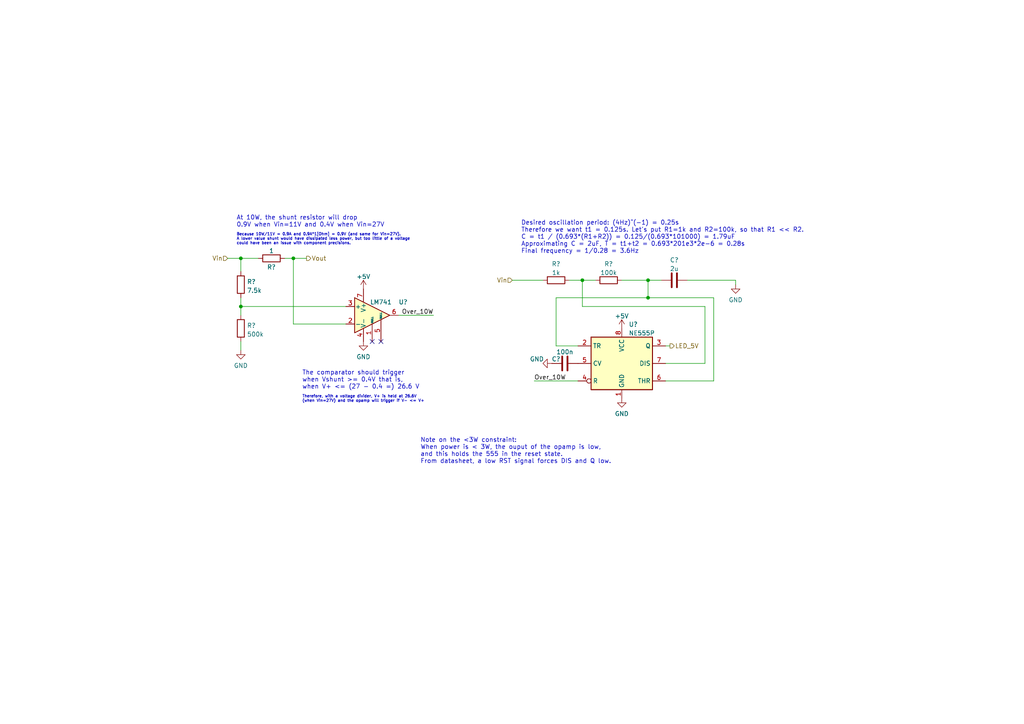
<source format=kicad_sch>
(kicad_sch (version 20211123) (generator eeschema)
  (paper "A4")
  (lib_symbols
    (symbol "Amplifier_Operational:LM741" (pin_names (offset 0.127))
      (property "Reference" "U" (at 0 6.35 0))
      (property "Value" "LM741" (at 0 3.81 0))
      (symbol "LM741_0_1"
        (polyline (pts (xy -5.08 5.08) (xy 5.08 0) (xy -5.08 -5.08) (xy -5.08 5.08)) (stroke (width 0.254)) (fill (type background)))
      )
      (symbol "LM741_1_1"
        (pin input line (at 0 -7.62 90) (length 5.08) (name "NULL") (number "1"))
        (pin input line (at -7.62 -2.54 0) (length 2.54) (name "-") (number "2"))
        (pin input line (at -7.62 2.54 0) (length 2.54) (name "+") (number "3"))
        (pin power_in line (at -2.54 -7.62 90) (length 3.81) (name "V-") (number "4"))
        (pin input line (at 2.54 -7.62 90) (length 6.35) (name "NULL") (number "5"))
        (pin output line (at 7.62 0 180) (length 2.54) (name "~") (number "6"))
        (pin power_in line (at -2.54 7.62 270) (length 3.81) (name "V+") (number "7"))
        (pin no_connect line (at 0 2.54 270) (length 2.54) hide (name "NC") (number "8"))
      )
    )
    (symbol "Device:C" (pin_numbers hide) (pin_names (offset 0.254))
      (property "Reference" "C" (at 0.635 2.54 0))
      (property "Value" "C" (at 0.635 -2.54 0))
      (symbol "C_0_1"
        (polyline (pts (xy -2.032 -0.762) (xy 2.032 -0.762)) (stroke (width 0.508)))
        (polyline (pts (xy -2.032 0.762) (xy 2.032 0.762)) (stroke (width 0.508)))
      )
      (symbol "C_1_1"
        (pin passive line (at 0 3.81 270) (length 2.794) (name "~") (number "1"))
        (pin passive line (at 0 -3.81 90) (length 2.794) (name "~") (number "2"))
      )
    )
    (symbol "Device:R" (pin_numbers hide) (pin_names (offset 0))
      (property "Reference" "R" (at 2.032 0 90))
      (property "Value" "R" (at 0 0 90))
      (symbol "R_0_1"
        (rectangle (start -1.016 -2.54) (end 1.016 2.54) (stroke (width 0.254)))
      )
      (symbol "R_1_1"
        (pin passive line (at 0 3.81 270) (length 1.27) (name "~") (number "1"))
        (pin passive line (at 0 -3.81 90) (length 1.27) (name "~") (number "2"))
      )
    )
    (symbol "Timer:NE555P"
      (property "Reference" "U" (at -10.16 8.89 0))
      (property "Value" "NE555P" (at 2.54 8.89 0))
      (symbol "NE555P_0_0"
        (pin power_in line (at 0 -10.16 90) (length 2.54) (name "GND") (number "1"))
        (pin power_in line (at 0 10.16 270) (length 2.54) (name "VCC") (number "8"))
      )
      (symbol "NE555P_0_1"
        (rectangle (start -8.89 -7.62) (end 8.89 7.62) (stroke (width 0.254)) (fill (type background)))
        (rectangle (start -8.89 -7.62) (end 8.89 7.62) (stroke (width 0.254)) (fill (type background)))
      )
      (symbol "NE555P_1_1"
        (pin input line (at -12.7 5.08 0) (length 3.81) (name "TR") (number "2"))
        (pin output line (at 12.7 5.08 180) (length 3.81) (name "Q") (number "3"))
        (pin input inverted (at -12.7 -5.08 0) (length 3.81) (name "R") (number "4"))
        (pin input line (at -12.7 0 0) (length 3.81) (name "CV") (number "5"))
        (pin input line (at 12.7 -5.08 180) (length 3.81) (name "THR") (number "6"))
        (pin input line (at 12.7 0 180) (length 3.81) (name "DIS") (number "7"))
      )
    )
    (symbol "power:+5V" (power) (pin_names (offset 0))
      (property "Value" "+5V" (at 0 3.556 0))
      (symbol "+5V_0_1"
        (polyline (pts (xy -0.762 1.27) (xy 0 2.54)))
        (polyline (pts (xy 0 0) (xy 0 2.54)))
        (polyline (pts (xy 0 2.54) (xy 0.762 1.27)))
      )
      (symbol "+5V_1_1"
        (pin power_in line (at 0 0 90) (length 0) hide (name "+5V") (number "1"))
      )
    )
    (symbol "power:GND" (power) (pin_names (offset 0))
      (property "Value" "GND" (at 0 -3.81 0))
      (symbol "GND_0_1"
        (polyline (pts (xy 0 0) (xy 0 -1.27) (xy 1.27 -1.27) (xy 0 -2.54) (xy -1.27 -1.27) (xy 0 -1.27)))
      )
      (symbol "GND_1_1"
        (pin power_in line (at 0 0 270) (length 0) hide (name "GND") (number "1"))
      )
    )
  )
  (junction (at 69.85 74.93))
  (junction (at 187.96 81.28))
  (junction (at 168.91 81.28))
  (junction (at 187.96 86.36))
  (junction (at 85.09 74.93))
  (junction (at 69.85 88.9))
  (no_connect (at 110.49 99.06))
  (no_connect (at 107.95 99.06))
  (wire (pts (xy 69.85 88.9) (xy 100.33 88.9)))
  (wire (pts (xy 193.04 105.41) (xy 204.47 105.41)))
  (wire (pts (xy 154.94 110.49) (xy 167.64 110.49)))
  (wire (pts (xy 167.64 100.33) (xy 161.29 100.33)))
  (wire (pts (xy 204.47 105.41) (xy 204.47 88.9)))
  (wire (pts (xy 168.91 81.28) (xy 172.72 81.28)))
  (wire (pts (xy 193.04 100.33) (xy 194.31 100.33)))
  (wire (pts (xy 69.85 86.36) (xy 69.85 88.9)))
  (wire (pts (xy 207.01 110.49) (xy 207.01 86.36)))
  (wire (pts (xy 85.09 74.93) (xy 85.09 93.98)))
  (wire (pts (xy 168.91 88.9) (xy 168.91 81.28)))
  (wire (pts (xy 207.01 86.36) (xy 187.96 86.36)))
  (wire (pts (xy 204.47 88.9) (xy 168.91 88.9)))
  (wire (pts (xy 187.96 81.28) (xy 191.77 81.28)))
  (wire (pts (xy 69.85 74.93) (xy 69.85 78.74)))
  (wire (pts (xy 161.29 86.36) (xy 187.96 86.36)))
  (wire (pts (xy 148.59 81.28) (xy 157.48 81.28)))
  (wire (pts (xy 115.57 91.44) (xy 125.73 91.44)))
  (wire (pts (xy 180.34 81.28) (xy 187.96 81.28)))
  (wire (pts (xy 82.55 74.93) (xy 85.09 74.93)))
  (wire (pts (xy 69.85 88.9) (xy 69.85 91.44)))
  (wire (pts (xy 193.04 110.49) (xy 207.01 110.49)))
  (wire (pts (xy 66.04 74.93) (xy 69.85 74.93)))
  (wire (pts (xy 165.1 81.28) (xy 168.91 81.28)))
  (wire (pts (xy 213.36 81.28) (xy 213.36 82.55)))
  (wire (pts (xy 161.29 100.33) (xy 161.29 86.36)))
  (wire (pts (xy 69.85 74.93) (xy 74.93 74.93)))
  (wire (pts (xy 85.09 93.98) (xy 100.33 93.98)))
  (wire (pts (xy 69.85 99.06) (xy 69.85 101.6)))
  (wire (pts (xy 85.09 74.93) (xy 88.9 74.93)))
  (wire (pts (xy 199.39 81.28) (xy 213.36 81.28)))
  (wire (pts (xy 187.96 86.36) (xy 187.96 81.28)))
  (text "Because 10W/11V = 0.9A and 0.9A*1[Ohm] = 0.9V (and same for Vin=27V).\nA lower value shunt would have dissipated less power, but too little of a voltage\ncould have been an issue with component precisions." (at 68.58 71.12 0) (effects (font (size 0.8 0.8)) (justify left bottom)))
  (text "Desired oscillation period: (4Hz)^(-1) = 0.25s\nTherefore we want t1 = 0.125s. Let's put R1=1k and R2=100k, so that R1 << R2.\nC = t1 / (0.693*(R1+R2)) = 0.125/(0.693*101000) = 1.79uF\nApproximating C = 2uF, T = t1+t2 = 0.693*201e3*2e-6 = 0.28s\nFinal frequency = 1/0.28 = 3.6Hz" (at 151.13 73.66 0) (effects (font (size 1.27 1.27)) (justify left bottom)))
  (text "Note on the <3W constraint:\nWhen power is < 3W, the ouput of the opamp is low,\nand this holds the 555 in the reset state.\nFrom datasheet, a low RST signal forces DIS and Q low." (at 121.92 134.62 0) (effects (font (size 1.27 1.27)) (justify left bottom)))
  (text "At 10W, the shunt resistor will drop\n0.9V when Vin=11V and 0.4V when Vin=27V" (at 68.58 66.04 0) (effects (font (size 1.27 1.27)) (justify left bottom)))
  (text "The comparator should trigger\nwhen Vshunt >= 0.4V that is,\nwhen V+ <= (27 - 0.4 =) 26.6 V" (at 87.63 113.03 0) (effects (font (size 1.27 1.27)) (justify left bottom)))
  (text "Therefore, with a voltage divider, V+ is held at 26.6V\n(when Vin=27V) and the opamp will trigger if V- <= V+" (at 87.63 116.84 0) (effects (font (size 0.8 0.8)) (justify left bottom)))
  (label "Over_10W" (at 125.73 91.44 180))
  (label "Over_10W" (at 154.94 110.49 0))
  (hierarchical_label "Vin" (shape input) (at 148.59 81.28 180))
  (hierarchical_label "Vout" (shape output) (at 88.9 74.93 0))
  (hierarchical_label "Vin" (shape input) (at 66.04 74.93 180))
  (hierarchical_label "LED_5V" (shape output) (at 194.31 100.33 0))
  (symbol (lib_id "power:GND") (at 160.02 105.41 270) (unit 1)
    (property "Reference" "#PWR?" (effects hide))
    (property "Value" "GND" (at 153.67 104.14 90) (effects (justify left)))
  )
  (symbol (lib_id "Device:R") (at 69.85 82.55 0) (unit 1)
    (property "Reference" "R?" (at 71.628 81.7153 0) (effects (justify left)))
    (property "Value" "7.5k" (at 71.628 84.2522 0) (effects (justify left)))
  )
  (symbol (lib_id "Amplifier_Operational:LM741") (at 107.95 91.44 0) (unit 1)
    (property "Reference" "U?" (at 116.9254 87.6133 0))
    (property "Value" "LM741" (at 110.49 87.63 0))
    (property "Datasheet" "http://www.ti.com/lit/ds/symlink/lm741.pdf" (effects hide))
  )
  (symbol (lib_id "Device:C") (at 195.58 81.28 90) (unit 1)
    (property "Reference" "C?" (at 195.58 75.4212 90))
    (property "Value" "2u" (at 195.58 77.9581 90))
  )
  (symbol (lib_id "Device:R") (at 176.53 81.28 90) (unit 1)
    (property "Reference" "R?" (at 176.53 76.5642 90))
    (property "Value" "100k" (at 176.53 79.1011 90))
  )
  (symbol (lib_id "Device:R") (at 161.29 81.28 90) (unit 1)
    (property "Reference" "R?" (at 161.29 76.5642 90))
    (property "Value" "1k" (at 161.29 79.1011 90))
  )
  (symbol (lib_id "power:+5V") (at 180.34 95.25 0) (unit 1)
    (property "Reference" "#PWR?" (effects hide))
    (property "Value" "+5V" (at 180.34 91.6742 0))
  )
  (symbol (lib_id "Device:R") (at 69.85 95.25 0) (unit 1)
    (property "Reference" "R?" (at 71.628 94.4153 0) (effects (justify left)))
    (property "Value" "500k" (at 71.628 96.9522 0) (effects (justify left)))
  )
  (symbol (lib_id "Timer:NE555P") (at 180.34 105.41 0) (unit 1)
    (property "Reference" "U?" (at 182.3594 94.0902 0) (effects (justify left)))
    (property "Value" "NE555P" (at 182.3594 96.6271 0) (effects (justify left)))
    (property "Footprint" "Package_DIP:DIP-8_W7.62mm" (effects hide))
    (property "Datasheet" "http://www.ti.com/lit/ds/symlink/ne555.pdf" (effects hide))
  )
  (symbol (lib_id "power:GND") (at 69.85 101.6 0) (unit 1)
    (property "Reference" "#PWR?" (effects hide))
    (property "Value" "GND" (at 69.85 106.0434 0))
  )
  (symbol (lib_id "power:GND") (at 180.34 115.57 0) (unit 1)
    (property "Reference" "#PWR?" (effects hide))
    (property "Value" "GND" (at 180.34 120.0134 0))
  )
  (symbol (lib_id "Device:R") (at 78.74 74.93 90) (unit 1)
    (property "Reference" "R?" (at 78.74 77.47 90))
    (property "Value" "1" (at 78.74 72.7511 90))
  )
  (symbol (lib_id "power:GND") (at 213.36 82.55 0) (unit 1)
    (property "Reference" "#PWR?" (effects hide))
    (property "Value" "GND" (at 213.36 86.9934 0))
  )
  (symbol (lib_id "power:GND") (at 105.41 99.06 0) (unit 1)
    (property "Reference" "#PWR?" (effects hide))
    (property "Value" "GND" (at 105.41 103.5034 0))
  )
  (symbol (lib_id "Device:C") (at 163.83 105.41 270) (unit 1)
    (property "Reference" "C?" (at 161.29 104.14 90))
    (property "Value" "100n" (at 163.83 102.0881 90))
  )
  (symbol (lib_id "power:+5V") (at 105.41 83.82 0) (unit 1)
    (property "Reference" "#PWR?" (effects hide))
    (property "Value" "+5V" (at 105.41 80.2442 0))
  )
)
</source>
